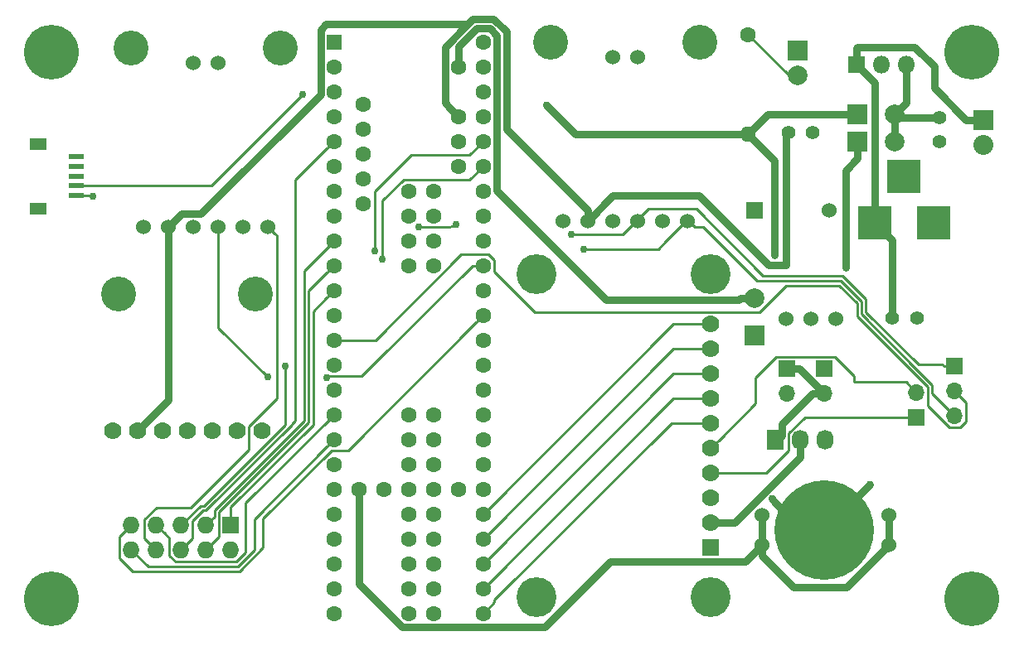
<source format=gbr>
G04 #@! TF.FileFunction,Copper,L1,Top,Signal*
%FSLAX46Y46*%
G04 Gerber Fmt 4.6, Leading zero omitted, Abs format (unit mm)*
G04 Created by KiCad (PCBNEW 4.0.6) date Thursday, August 03, 2017 'PMt' 08:38:56 PM*
%MOMM*%
%LPD*%
G01*
G04 APERTURE LIST*
%ADD10C,0.100000*%
%ADD11C,1.600000*%
%ADD12R,1.600000X1.600000*%
%ADD13C,1.524000*%
%ADD14C,3.556000*%
%ADD15C,10.160000*%
%ADD16R,3.500120X3.500120*%
%ADD17C,4.064000*%
%ADD18C,1.778000*%
%ADD19R,1.778000X1.778000*%
%ADD20R,2.000000X2.000000*%
%ADD21C,2.000000*%
%ADD22R,1.727200X1.727200*%
%ADD23O,1.727200X1.727200*%
%ADD24R,1.727200X2.032000*%
%ADD25O,1.727200X2.032000*%
%ADD26O,1.600000X1.600000*%
%ADD27R,1.800000X1.800000*%
%ADD28O,1.800000X1.800000*%
%ADD29C,5.588000*%
%ADD30C,1.998980*%
%ADD31R,1.998980X1.998980*%
%ADD32R,1.700000X1.700000*%
%ADD33O,1.700000X1.700000*%
%ADD34R,1.550000X0.600000*%
%ADD35R,1.800000X1.200000*%
%ADD36C,1.400000*%
%ADD37R,2.032000X2.032000*%
%ADD38O,2.032000X2.032000*%
%ADD39C,0.762000*%
%ADD40C,0.250000*%
%ADD41C,0.762000*%
G04 APERTURE END LIST*
D10*
D11*
X138049000Y-120269000D03*
X138049000Y-122809000D03*
X138049000Y-125349000D03*
X138049000Y-127889000D03*
X138049000Y-117729000D03*
X138049000Y-115189000D03*
X138049000Y-112649000D03*
X138049000Y-130429000D03*
X138049000Y-132969000D03*
X138049000Y-135509000D03*
X138049000Y-138049000D03*
X140589000Y-125349000D03*
X143129000Y-125349000D03*
X145669000Y-125349000D03*
X148209000Y-125349000D03*
X150749000Y-125349000D03*
X153289000Y-138049000D03*
X153289000Y-135509000D03*
X153289000Y-132969000D03*
X153289000Y-130429000D03*
X153289000Y-127889000D03*
X153289000Y-125349000D03*
X153289000Y-122809000D03*
X153289000Y-120269000D03*
X138049000Y-110109000D03*
X138049000Y-107569000D03*
X138049000Y-105029000D03*
X138049000Y-102489000D03*
X138049000Y-99949000D03*
X138049000Y-97409000D03*
X138049000Y-94869000D03*
X138049000Y-92329000D03*
X138049000Y-89789000D03*
X138049000Y-87249000D03*
X138049000Y-84709000D03*
X138049000Y-82169000D03*
D12*
X138049000Y-79629000D03*
D11*
X153289000Y-117729000D03*
X153289000Y-115189000D03*
X153289000Y-112649000D03*
X153289000Y-110109000D03*
X153289000Y-107569000D03*
X153289000Y-105029000D03*
X153289000Y-102489000D03*
X153289000Y-99949000D03*
X153289000Y-97409000D03*
X153289000Y-94869000D03*
X153289000Y-92329000D03*
X153289000Y-89789000D03*
X153289000Y-87249000D03*
X153289000Y-84709000D03*
X153289000Y-82169000D03*
X153289000Y-79629000D03*
X150749000Y-82169000D03*
X150749000Y-87249000D03*
X150749000Y-89789000D03*
X150749000Y-92329000D03*
X145669000Y-94869000D03*
X145669000Y-97409000D03*
X145669000Y-99949000D03*
X145669000Y-102489000D03*
X145669000Y-117729000D03*
X145669000Y-120269000D03*
X145669000Y-122809000D03*
X145669000Y-127889000D03*
X145669000Y-130429000D03*
X145669000Y-132969000D03*
X145669000Y-135509000D03*
X145669000Y-138049000D03*
X148209000Y-138049000D03*
X148209000Y-135509000D03*
X148209000Y-132969000D03*
X148209000Y-130429000D03*
X148209000Y-127889000D03*
X148209000Y-122809000D03*
X148209000Y-120269000D03*
X148209000Y-117729000D03*
X148209000Y-102489000D03*
X148209000Y-99949000D03*
X148209000Y-97409000D03*
X148209000Y-94869000D03*
X141049000Y-85979000D03*
X141049000Y-88519000D03*
X141049000Y-91059000D03*
X141049000Y-93599000D03*
X141049000Y-96139000D03*
D13*
X169037000Y-81153000D03*
X166497000Y-81153000D03*
X161417000Y-97917000D03*
X163957000Y-97917000D03*
X166497000Y-97917000D03*
X169037000Y-97917000D03*
X171577000Y-97917000D03*
X174117000Y-97917000D03*
D14*
X160147000Y-79629000D03*
X175387000Y-79629000D03*
D15*
X188087000Y-129540000D03*
D13*
X194691000Y-131064000D03*
X181737000Y-131064000D03*
X181737000Y-128016000D03*
X194691000Y-128016000D03*
D16*
X193263520Y-98094800D03*
X199263000Y-98094800D03*
X196263260Y-93395800D03*
D17*
X158750000Y-103378000D03*
X158750000Y-136398000D03*
X176530000Y-136398000D03*
D18*
X176530000Y-121158000D03*
X176530000Y-123698000D03*
X176530000Y-126238000D03*
X176530000Y-128778000D03*
D19*
X176530000Y-131318000D03*
D18*
X176530000Y-118618000D03*
X176530000Y-116078000D03*
X176530000Y-113538000D03*
X176530000Y-110998000D03*
X176530000Y-108458000D03*
D17*
X176530000Y-103378000D03*
D13*
X126238000Y-81788000D03*
X123698000Y-81788000D03*
X118618000Y-98552000D03*
X121158000Y-98552000D03*
X123698000Y-98552000D03*
X126238000Y-98552000D03*
X128778000Y-98552000D03*
X131318000Y-98552000D03*
D14*
X117348000Y-80264000D03*
X132588000Y-80264000D03*
X130048000Y-105410000D03*
X116078000Y-105410000D03*
D18*
X123063000Y-119380000D03*
X125603000Y-119380000D03*
X128143000Y-119380000D03*
X130683000Y-119380000D03*
X120523000Y-119380000D03*
X117983000Y-119380000D03*
X115443000Y-119380000D03*
D20*
X185420000Y-80518000D03*
D21*
X185420000Y-83058000D03*
D22*
X127508000Y-129032000D03*
D23*
X127508000Y-131572000D03*
X124968000Y-129032000D03*
X124968000Y-131572000D03*
X122428000Y-129032000D03*
X122428000Y-131572000D03*
X119888000Y-129032000D03*
X119888000Y-131572000D03*
X117348000Y-129032000D03*
X117348000Y-131572000D03*
D24*
X183134000Y-120269000D03*
D25*
X185674000Y-120269000D03*
X188214000Y-120269000D03*
D11*
X180340000Y-78867000D03*
D26*
X180340000Y-89027000D03*
D13*
X186740800Y-107924600D03*
X189280800Y-107924600D03*
X184200800Y-107924600D03*
D27*
X191389000Y-81915000D03*
D28*
X193929000Y-81915000D03*
X196469000Y-81915000D03*
D29*
X109220000Y-80645000D03*
X109220000Y-136525000D03*
X203200000Y-136525000D03*
X203200000Y-80645000D03*
D30*
X180975000Y-105791000D03*
D31*
X180975000Y-109601000D03*
D30*
X195326000Y-86995000D03*
D31*
X191516000Y-86995000D03*
D30*
X195326000Y-89789000D03*
D31*
X191516000Y-89789000D03*
D32*
X184277000Y-113030000D03*
D33*
X184277000Y-115570000D03*
D32*
X188087000Y-113030000D03*
D33*
X188087000Y-115570000D03*
D32*
X201422000Y-112776000D03*
D33*
X201422000Y-115316000D03*
X201422000Y-117856000D03*
D32*
X197485000Y-117983000D03*
D33*
X197485000Y-115443000D03*
D34*
X111698000Y-91343000D03*
X111698000Y-92343000D03*
X111698000Y-93343000D03*
X111698000Y-94343000D03*
X111698000Y-95343000D03*
D35*
X107823000Y-90043000D03*
X107823000Y-96643000D03*
D36*
X199821800Y-87339800D03*
X199821800Y-89839800D03*
X186944000Y-88900000D03*
X184444000Y-88900000D03*
X195035800Y-107823000D03*
X197535800Y-107823000D03*
D19*
X180975000Y-96850200D03*
D13*
X188595000Y-96850200D03*
D37*
X204317600Y-87579200D03*
D38*
X204317600Y-90119200D03*
D39*
X133086010Y-112794276D03*
X162229800Y-99314000D03*
X131241800Y-113868200D03*
X134874000Y-84963000D03*
X163550600Y-100787200D03*
X150495000Y-98298000D03*
X146685000Y-98552000D03*
X137287000Y-113919000D03*
X143002000Y-101854000D03*
X142240000Y-100965000D03*
X182734744Y-126346744D03*
X192786000Y-124841000D03*
X113411000Y-95377000D03*
X184226200Y-102412800D03*
X183051878Y-101450790D03*
X159766000Y-86106000D03*
X190322200Y-102692200D03*
D40*
X135001000Y-118364000D02*
X135001000Y-102997000D01*
X135001000Y-102997000D02*
X138049000Y-99949000D01*
X125831599Y-127533401D02*
X135001000Y-118364000D01*
X124968000Y-129032000D02*
X125831599Y-128168401D01*
X125831599Y-128168401D02*
X125831599Y-127533401D01*
X137249001Y-103288999D02*
X138049000Y-102489000D01*
X135451011Y-105086989D02*
X137249001Y-103288999D01*
X135451011Y-118550400D02*
X135451011Y-105086989D01*
X126319399Y-127682011D02*
X135451011Y-118550400D01*
X124968000Y-131572000D02*
X126319399Y-130220601D01*
X126319399Y-130220601D02*
X126319399Y-127682011D01*
X133086010Y-113218540D02*
X133086010Y-112794276D01*
X133086010Y-118773712D02*
X133086010Y-113218540D01*
X122428000Y-129032000D02*
X124388999Y-127071001D01*
X124388999Y-127071001D02*
X124788721Y-127071001D01*
X124788721Y-127071001D02*
X133086010Y-118773712D01*
X134086600Y-93751400D02*
X137249001Y-90588999D01*
X133749870Y-118726130D02*
X134086600Y-118389400D01*
X134086600Y-118389400D02*
X134086600Y-93751400D01*
X133749870Y-118746263D02*
X133749870Y-118726130D01*
X137249001Y-90588999D02*
X138049000Y-89789000D01*
X124975121Y-127521012D02*
X133749870Y-118746263D01*
X124719858Y-127521012D02*
X124975121Y-127521012D01*
X123616601Y-128624269D02*
X124719858Y-127521012D01*
X123616601Y-130383399D02*
X123616601Y-128624269D01*
X122428000Y-131572000D02*
X123616601Y-130383399D01*
X170124001Y-96702999D02*
X169037000Y-97790000D01*
X169037000Y-97790000D02*
X167949999Y-98877001D01*
X162229800Y-99314000D02*
X167513000Y-99314000D01*
X167513000Y-99314000D02*
X167949999Y-98877001D01*
X126238000Y-98552000D02*
X126238000Y-107873800D01*
X126238000Y-107873800D02*
X126238000Y-108201094D01*
X131241800Y-113868200D02*
X126238000Y-108864400D01*
X126238000Y-108864400D02*
X126238000Y-107873800D01*
X201422000Y-112776000D02*
X200322000Y-112776000D01*
X200322000Y-112776000D02*
X200183978Y-112637978D01*
X200183978Y-112637978D02*
X197727978Y-112637978D01*
X189966600Y-103555800D02*
X181870818Y-103555800D01*
X197727978Y-112637978D02*
X192354200Y-107264200D01*
X192354200Y-107264200D02*
X192354200Y-105943400D01*
X192354200Y-105943400D02*
X189966600Y-103555800D01*
X181870818Y-103555800D02*
X175018017Y-96702999D01*
X175018017Y-96702999D02*
X170124001Y-96702999D01*
X150999003Y-101363999D02*
X153829001Y-101363999D01*
X138049000Y-110109000D02*
X142254002Y-110109000D01*
X191451602Y-107670600D02*
X198660001Y-114878999D01*
X201986001Y-119031001D02*
X202597001Y-118420001D01*
X142254002Y-110109000D02*
X150999003Y-101363999D01*
X153829001Y-101363999D02*
X154414001Y-101948999D01*
X158563757Y-107243999D02*
X181477801Y-107243999D01*
X154414001Y-101948999D02*
X154414001Y-103094243D01*
X154414001Y-103094243D02*
X158563757Y-107243999D01*
X202597001Y-118420001D02*
X202597001Y-116491001D01*
X202597001Y-116491001D02*
X201422000Y-115316000D01*
X181477801Y-107243999D02*
X184175400Y-104546400D01*
X184175400Y-104546400D02*
X189636400Y-104546400D01*
X189636400Y-104546400D02*
X191439800Y-106349800D01*
X191439800Y-106349800D02*
X191439800Y-107670600D01*
X191439800Y-107670600D02*
X191451602Y-107670600D01*
X198660001Y-116833003D02*
X200857999Y-119031001D01*
X198660001Y-114878999D02*
X198660001Y-116833003D01*
X200857999Y-119031001D02*
X201986001Y-119031001D01*
X177787235Y-123698000D02*
X176530000Y-123698000D01*
X182169602Y-123698000D02*
X177787235Y-123698000D01*
X184485390Y-121382212D02*
X182169602Y-123698000D01*
X197485000Y-117983000D02*
X186126652Y-117983000D01*
X184485390Y-119624262D02*
X184485390Y-121382212D01*
X186126652Y-117983000D02*
X184485390Y-119624262D01*
X196436999Y-114394999D02*
X191135000Y-114394999D01*
X181102000Y-116586000D02*
X177418999Y-120269001D01*
X191135000Y-114394999D02*
X191135000Y-113792998D01*
X191135000Y-113792998D02*
X189197001Y-111854999D01*
X189197001Y-111854999D02*
X183166999Y-111854999D01*
X183166999Y-111854999D02*
X181102000Y-113919998D01*
X181102000Y-113919998D02*
X181102000Y-116586000D01*
X177418999Y-120269001D02*
X176530000Y-121158000D01*
X197485000Y-115443000D02*
X196436999Y-114394999D01*
X154414001Y-136681757D02*
X172477758Y-118618000D01*
X175272765Y-118618000D02*
X176530000Y-118618000D01*
X172477758Y-118618000D02*
X175272765Y-118618000D01*
X154414001Y-136923999D02*
X154414001Y-136681757D01*
X153289000Y-138049000D02*
X154414001Y-136923999D01*
X153289000Y-135509000D02*
X172720000Y-116078000D01*
X172720000Y-116078000D02*
X176530000Y-116078000D01*
X176530000Y-113538000D02*
X172720000Y-113538000D01*
X172720000Y-113538000D02*
X153289000Y-132969000D01*
X153289000Y-130429000D02*
X172720000Y-110998000D01*
X172720000Y-110998000D02*
X176530000Y-110998000D01*
X176530000Y-108458000D02*
X172720000Y-108458000D01*
X172720000Y-108458000D02*
X153289000Y-127889000D01*
X127508000Y-129032000D02*
X127508000Y-127129822D01*
X137249001Y-105828999D02*
X138049000Y-105029000D01*
X135901022Y-107176978D02*
X137249001Y-105828999D01*
X135901022Y-118736800D02*
X135901022Y-107176978D01*
X127508000Y-127129822D02*
X135901022Y-118736800D01*
X125603000Y-94234000D02*
X134874000Y-84963000D01*
X111698000Y-94343000D02*
X125494000Y-94343000D01*
X125494000Y-94343000D02*
X125603000Y-94234000D01*
X163550600Y-100787200D02*
X171119800Y-100787200D01*
X171119800Y-100787200D02*
X171954978Y-99952022D01*
X129357001Y-118927999D02*
X132181600Y-116103400D01*
X131953000Y-99187000D02*
X131318000Y-98552000D01*
X132181600Y-116103400D02*
X132181600Y-99415600D01*
X132181600Y-99415600D02*
X131953000Y-99187000D01*
X174117000Y-97790000D02*
X171954978Y-99952022D01*
X201422000Y-117856000D02*
X199110012Y-115544012D01*
X174878999Y-98551999D02*
X174117000Y-97790000D01*
X199110012Y-115544012D02*
X199110012Y-114692599D01*
X199110012Y-114692599D02*
X197505402Y-113087989D01*
X197505402Y-113087989D02*
X197505402Y-113075802D01*
X175756241Y-98551999D02*
X174878999Y-98551999D01*
X197505402Y-113075802D02*
X191897000Y-107467400D01*
X191897000Y-107467400D02*
X191897000Y-106146600D01*
X191897000Y-106146600D02*
X189775158Y-104024758D01*
X189775158Y-104024758D02*
X181229000Y-104024758D01*
X181229000Y-104024758D02*
X175756241Y-98551999D01*
X123444000Y-127254000D02*
X129357001Y-121340999D01*
X129357001Y-121340999D02*
X129357001Y-118927999D01*
X119906870Y-127254000D02*
X123444000Y-127254000D01*
X119888000Y-131572000D02*
X118699399Y-130383399D01*
X118699399Y-130383399D02*
X118699399Y-128461471D01*
X118699399Y-128461471D02*
X119906870Y-127254000D01*
X146685000Y-98552000D02*
X147692999Y-98557399D01*
X147692999Y-98557399D02*
X149854601Y-98557399D01*
X149854601Y-98557399D02*
X150495000Y-98298000D01*
X152157630Y-102489000D02*
X142367000Y-112279630D01*
X137431999Y-113774001D02*
X137287000Y-113919000D01*
X140872629Y-113774001D02*
X137431999Y-113774001D01*
X142367000Y-112279630D02*
X140872629Y-113774001D01*
X153289000Y-102489000D02*
X152157630Y-102489000D01*
X143002000Y-95870998D02*
X143002000Y-101854000D01*
X145146998Y-93726000D02*
X143002000Y-95870998D01*
X151892000Y-93726000D02*
X145146998Y-93726000D01*
X153289000Y-92329000D02*
X151892000Y-93726000D01*
X145905001Y-91203999D02*
X142240000Y-94869000D01*
X142240000Y-94869000D02*
X142240000Y-100965000D01*
X153289000Y-89789000D02*
X151874001Y-91203999D01*
X151874001Y-91203999D02*
X145905001Y-91203999D01*
D41*
X183115743Y-126727743D02*
X182734744Y-126346744D01*
X185928000Y-129540000D02*
X183115743Y-126727743D01*
X188087000Y-129540000D02*
X185928000Y-129540000D01*
X188087000Y-129540000D02*
X192786000Y-124841000D01*
D40*
X111698000Y-95343000D02*
X113377000Y-95343000D01*
X113377000Y-95343000D02*
X113411000Y-95377000D01*
D41*
X199821800Y-87339800D02*
X195670800Y-87339800D01*
X195670800Y-87339800D02*
X195326000Y-86995000D01*
X195326000Y-89789000D02*
X195326000Y-86995000D01*
X196469000Y-81915000D02*
X196469000Y-85852000D01*
X196469000Y-85852000D02*
X195326000Y-86995000D01*
D40*
X195707000Y-86614000D02*
X195326000Y-86995000D01*
D41*
X117983000Y-119380000D02*
X121158000Y-116205000D01*
X121158000Y-116205000D02*
X121158000Y-98552000D01*
X152227642Y-77285989D02*
X151688800Y-77824831D01*
X151688800Y-77824831D02*
X149367999Y-80145632D01*
X124431401Y-97208999D02*
X136667999Y-84972401D01*
X136667999Y-84972401D02*
X136667999Y-78364199D01*
X136667999Y-78364199D02*
X137207367Y-77824831D01*
X137207367Y-77824831D02*
X151688800Y-77824831D01*
X121158000Y-98552000D02*
X122501001Y-97208999D01*
X122501001Y-97208999D02*
X124431401Y-97208999D01*
X149367999Y-80145632D02*
X149367999Y-85867999D01*
X149367999Y-85867999D02*
X149949001Y-86449001D01*
X149949001Y-86449001D02*
X150749000Y-87249000D01*
X163957000Y-97917000D02*
X163957000Y-96839370D01*
X163957000Y-96839370D02*
X155632011Y-88514381D01*
X155632011Y-88514381D02*
X155632011Y-78567642D01*
X155632011Y-78567642D02*
X154350358Y-77285989D01*
X154350358Y-77285989D02*
X152227642Y-77285989D01*
X175336200Y-95351600D02*
X166522400Y-95351600D01*
X166522400Y-95351600D02*
X163957000Y-97917000D01*
X184226200Y-102412800D02*
X182397400Y-102412800D01*
X182397400Y-102412800D02*
X175336200Y-95351600D01*
X185674000Y-120269000D02*
X185674000Y-122047000D01*
X185674000Y-122047000D02*
X178943000Y-128778000D01*
X178943000Y-128778000D02*
X177787235Y-128778000D01*
X177787235Y-128778000D02*
X176530000Y-128778000D01*
X184226200Y-102412800D02*
X184226200Y-89117800D01*
X184226200Y-89117800D02*
X184444000Y-88900000D01*
D40*
X185674000Y-120269000D02*
X185674000Y-120116600D01*
X185674000Y-120421400D02*
X185674000Y-120269000D01*
D41*
X197358000Y-80137000D02*
X191505000Y-80137000D01*
X191505000Y-80137000D02*
X191389000Y-80253000D01*
X191389000Y-80253000D02*
X191389000Y-81915000D01*
X199313800Y-82092800D02*
X197358000Y-80137000D01*
X199313800Y-84353400D02*
X199313800Y-82092800D01*
X204317600Y-87579200D02*
X202539600Y-87579200D01*
X202539600Y-87579200D02*
X199313800Y-84353400D01*
X195035800Y-107823000D02*
X195035800Y-99867080D01*
X195035800Y-99867080D02*
X193263520Y-98094800D01*
X193263520Y-98094800D02*
X193263520Y-83789520D01*
X193263520Y-83789520D02*
X191389000Y-81915000D01*
X165808001Y-105991001D02*
X154670001Y-94853001D01*
X154670001Y-94853001D02*
X154670001Y-78966119D01*
X150749000Y-81037630D02*
X150749000Y-82169000D01*
X154670001Y-78966119D02*
X153951881Y-78247999D01*
X153951881Y-78247999D02*
X152626119Y-78247999D01*
X152626119Y-78247999D02*
X150749000Y-80125118D01*
X150749000Y-80125118D02*
X150749000Y-81037630D01*
X180975000Y-105791000D02*
X179561508Y-105791000D01*
X179561508Y-105791000D02*
X179361507Y-105991001D01*
X179361507Y-105991001D02*
X165808001Y-105991001D01*
X184277000Y-113030000D02*
X185547000Y-113030000D01*
X185547000Y-113030000D02*
X188087000Y-115570000D01*
X186884919Y-115570000D02*
X188087000Y-115570000D01*
X183134000Y-120269000D02*
X183388000Y-120269000D01*
X183388000Y-120269000D02*
X183779379Y-119877621D01*
X183779379Y-119877621D02*
X183779379Y-118675540D01*
X183779379Y-118675540D02*
X186884919Y-115570000D01*
X183051878Y-91738878D02*
X183051878Y-100911975D01*
X183051878Y-100911975D02*
X183051878Y-101450790D01*
X180340000Y-89027000D02*
X183051878Y-91738878D01*
X180340000Y-89027000D02*
X162687000Y-89027000D01*
X162687000Y-89027000D02*
X159766000Y-86106000D01*
X191516000Y-86995000D02*
X182372000Y-86995000D01*
X182372000Y-86995000D02*
X180340000Y-89027000D01*
D40*
X183134000Y-120269000D02*
X183388000Y-121031000D01*
D41*
X191516000Y-89789000D02*
X191516000Y-91550490D01*
X190322200Y-102153385D02*
X190322200Y-102692200D01*
X191516000Y-91550490D02*
X190322200Y-92744290D01*
X190322200Y-92744290D02*
X190322200Y-102153385D01*
D40*
X180340000Y-78867000D02*
X184531000Y-83058000D01*
X184531000Y-83058000D02*
X185420000Y-83058000D01*
D41*
X181737000Y-131064000D02*
X180012999Y-132788001D01*
X180012999Y-132788001D02*
X166227241Y-132788001D01*
X166227241Y-132788001D02*
X159585241Y-139430001D01*
X159585241Y-139430001D02*
X145006119Y-139430001D01*
X140589000Y-135012882D02*
X140589000Y-126480370D01*
X145006119Y-139430001D02*
X140589000Y-135012882D01*
X140589000Y-126480370D02*
X140589000Y-125349000D01*
X181737000Y-131064000D02*
X181737000Y-128016000D01*
X190398400Y-135356600D02*
X184951970Y-135356600D01*
X184951970Y-135356600D02*
X181737000Y-132141630D01*
X181737000Y-132141630D02*
X181737000Y-131064000D01*
X194691000Y-131064000D02*
X190398400Y-135356600D01*
X194691000Y-128016000D02*
X194691000Y-131064000D01*
D40*
X128078529Y-132760601D02*
X121857471Y-132760601D01*
X129032000Y-131807130D02*
X128078529Y-132760601D01*
X138049000Y-117729000D02*
X129032000Y-126746000D01*
X129032000Y-126746000D02*
X129032000Y-131807130D01*
X121857471Y-132760601D02*
X121239399Y-132142529D01*
X121239399Y-132142529D02*
X121239399Y-130383399D01*
X121239399Y-130383399D02*
X120751599Y-129895599D01*
X120751599Y-129895599D02*
X119888000Y-129032000D01*
X130810000Y-131301952D02*
X130810000Y-128382998D01*
X152489001Y-108368999D02*
X153289000Y-107569000D01*
X130810000Y-128382998D02*
X137798997Y-121394001D01*
X137798997Y-121394001D02*
X139463999Y-121394001D01*
X139463999Y-121394001D02*
X152489001Y-108368999D01*
X117475000Y-133731000D02*
X128380952Y-133731000D01*
X128380952Y-133731000D02*
X130810000Y-131301952D01*
X116159399Y-132415399D02*
X117475000Y-133731000D01*
X117348000Y-129032000D02*
X116159399Y-130220601D01*
X116159399Y-130220601D02*
X116159399Y-132415399D01*
X129921000Y-128397000D02*
X137249001Y-121068999D01*
X129921000Y-131554541D02*
X129921000Y-128397000D01*
X128194552Y-133280989D02*
X129921000Y-131554541D01*
X117348000Y-131572000D02*
X119056989Y-133280989D01*
X137249001Y-121068999D02*
X138049000Y-120269000D01*
X119056989Y-133280989D02*
X128194552Y-133280989D01*
M02*

</source>
